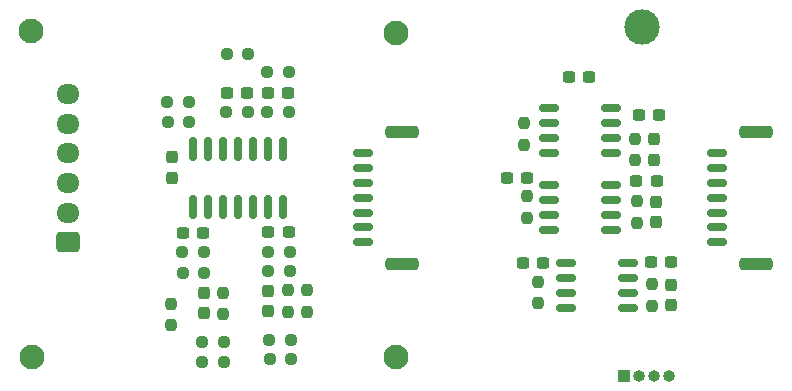
<source format=gbr>
%TF.GenerationSoftware,KiCad,Pcbnew,8.0.4*%
%TF.CreationDate,2024-11-05T13:43:53+01:00*%
%TF.ProjectId,Nutzen,4e75747a-656e-42e6-9b69-6361645f7063,rev?*%
%TF.SameCoordinates,PX791ddc0PY78a3ca0*%
%TF.FileFunction,Soldermask,Top*%
%TF.FilePolarity,Negative*%
%FSLAX46Y46*%
G04 Gerber Fmt 4.6, Leading zero omitted, Abs format (unit mm)*
G04 Created by KiCad (PCBNEW 8.0.4) date 2024-11-05 13:43:53*
%MOMM*%
%LPD*%
G01*
G04 APERTURE LIST*
G04 Aperture macros list*
%AMRoundRect*
0 Rectangle with rounded corners*
0 $1 Rounding radius*
0 $2 $3 $4 $5 $6 $7 $8 $9 X,Y pos of 4 corners*
0 Add a 4 corners polygon primitive as box body*
4,1,4,$2,$3,$4,$5,$6,$7,$8,$9,$2,$3,0*
0 Add four circle primitives for the rounded corners*
1,1,$1+$1,$2,$3*
1,1,$1+$1,$4,$5*
1,1,$1+$1,$6,$7*
1,1,$1+$1,$8,$9*
0 Add four rect primitives between the rounded corners*
20,1,$1+$1,$2,$3,$4,$5,0*
20,1,$1+$1,$4,$5,$6,$7,0*
20,1,$1+$1,$6,$7,$8,$9,0*
20,1,$1+$1,$8,$9,$2,$3,0*%
G04 Aperture macros list end*
%ADD10RoundRect,0.250000X0.725000X-0.600000X0.725000X0.600000X-0.725000X0.600000X-0.725000X-0.600000X0*%
%ADD11O,1.950000X1.700000*%
%ADD12RoundRect,0.237500X0.237500X-0.300000X0.237500X0.300000X-0.237500X0.300000X-0.237500X-0.300000X0*%
%ADD13RoundRect,0.237500X-0.250000X-0.237500X0.250000X-0.237500X0.250000X0.237500X-0.250000X0.237500X0*%
%ADD14RoundRect,0.237500X0.250000X0.237500X-0.250000X0.237500X-0.250000X-0.237500X0.250000X-0.237500X0*%
%ADD15RoundRect,0.237500X-0.300000X-0.237500X0.300000X-0.237500X0.300000X0.237500X-0.300000X0.237500X0*%
%ADD16C,2.100000*%
%ADD17RoundRect,0.237500X-0.237500X0.250000X-0.237500X-0.250000X0.237500X-0.250000X0.237500X0.250000X0*%
%ADD18RoundRect,0.237500X-0.237500X0.300000X-0.237500X-0.300000X0.237500X-0.300000X0.237500X0.300000X0*%
%ADD19RoundRect,0.237500X0.300000X0.237500X-0.300000X0.237500X-0.300000X-0.237500X0.300000X-0.237500X0*%
%ADD20RoundRect,0.150000X0.150000X-0.825000X0.150000X0.825000X-0.150000X0.825000X-0.150000X-0.825000X0*%
%ADD21RoundRect,0.150000X-0.700000X0.150000X-0.700000X-0.150000X0.700000X-0.150000X0.700000X0.150000X0*%
%ADD22RoundRect,0.250000X-1.150000X0.250000X-1.150000X-0.250000X1.150000X-0.250000X1.150000X0.250000X0*%
%ADD23RoundRect,0.150000X-0.675000X-0.150000X0.675000X-0.150000X0.675000X0.150000X-0.675000X0.150000X0*%
%ADD24R,1.000000X1.000000*%
%ADD25O,1.000000X1.000000*%
%ADD26C,3.000000*%
%ADD27RoundRect,0.237500X0.237500X-0.250000X0.237500X0.250000X-0.237500X0.250000X-0.237500X-0.250000X0*%
G04 APERTURE END LIST*
D10*
%TO.C,J1*%
X5520000Y12270000D03*
D11*
X5520000Y14770000D03*
X5520000Y17270000D03*
X5520000Y19770000D03*
X5520000Y22270000D03*
X5520000Y24770000D03*
%TD*%
D12*
%TO.C,C1*%
X17050000Y6225000D03*
X17050000Y7950000D03*
%TD*%
D13*
%TO.C,R5*%
X16875000Y2100000D03*
X18700000Y2100000D03*
%TD*%
D14*
%TO.C,R3*%
X18712500Y3775000D03*
X16887500Y3775000D03*
%TD*%
D15*
%TO.C,C5*%
X18937500Y24895000D03*
X20662500Y24895000D03*
%TD*%
D16*
%TO.C,M2*%
X33300000Y30000000D03*
%TD*%
D13*
%TO.C,R13*%
X13945000Y22420000D03*
X15770000Y22420000D03*
%TD*%
%TO.C,R10*%
X22472500Y9815000D03*
X24297500Y9815000D03*
%TD*%
D17*
%TO.C,R11*%
X24110000Y8190000D03*
X24110000Y6365000D03*
%TD*%
D14*
%TO.C,R7*%
X17025000Y11450000D03*
X15200000Y11450000D03*
%TD*%
D16*
%TO.C,M4*%
X33300000Y2500000D03*
%TD*%
D17*
%TO.C,R9*%
X25730000Y8192500D03*
X25730000Y6367500D03*
%TD*%
%TO.C,R1*%
X18650000Y7975000D03*
X18650000Y6150000D03*
%TD*%
D13*
%TO.C,R12*%
X22440000Y11465000D03*
X24265000Y11465000D03*
%TD*%
D18*
%TO.C,C9*%
X14300000Y19462500D03*
X14300000Y17737500D03*
%TD*%
D13*
%TO.C,R16*%
X22367500Y26630000D03*
X24192500Y26630000D03*
%TD*%
D16*
%TO.C,M1*%
X2400000Y30100000D03*
%TD*%
D14*
%TO.C,R17*%
X20725000Y23270000D03*
X18900000Y23270000D03*
%TD*%
%TO.C,R14*%
X15752500Y24100000D03*
X13927500Y24100000D03*
%TD*%
%TO.C,R15*%
X20762500Y28180000D03*
X18937500Y28180000D03*
%TD*%
D17*
%TO.C,R2*%
X14270000Y7060000D03*
X14270000Y5235000D03*
%TD*%
D14*
%TO.C,R4*%
X17050000Y9675000D03*
X15225000Y9675000D03*
%TD*%
D19*
%TO.C,C6*%
X24130000Y24895000D03*
X22405000Y24895000D03*
%TD*%
D13*
%TO.C,R18*%
X22380000Y23270000D03*
X24205000Y23270000D03*
%TD*%
D12*
%TO.C,C2*%
X22485000Y6415000D03*
X22485000Y8140000D03*
%TD*%
D16*
%TO.C,M3*%
X2450000Y2510000D03*
%TD*%
D15*
%TO.C,C4*%
X15250000Y13075000D03*
X16975000Y13075000D03*
%TD*%
D20*
%TO.C,U2*%
X16105000Y15200000D03*
X17375000Y15200000D03*
X18645000Y15200000D03*
X19915000Y15200000D03*
X21185000Y15200000D03*
X22455000Y15200000D03*
X23725000Y15200000D03*
X23725000Y20150000D03*
X22455000Y20150000D03*
X21185000Y20150000D03*
X19915000Y20150000D03*
X18645000Y20150000D03*
X17375000Y20150000D03*
X16105000Y20150000D03*
%TD*%
D13*
%TO.C,R6*%
X22565000Y3950000D03*
X24390000Y3950000D03*
%TD*%
D19*
%TO.C,C3*%
X24210000Y13090000D03*
X22485000Y13090000D03*
%TD*%
D14*
%TO.C,R8*%
X24397500Y2380000D03*
X22572500Y2380000D03*
%TD*%
D21*
%TO.C,J2*%
X30460000Y19770000D03*
X30460000Y18520000D03*
X30460000Y17270000D03*
X30460000Y16020000D03*
X30460000Y14770000D03*
X30460000Y13520000D03*
X30460000Y12270000D03*
D22*
X33810000Y21620000D03*
X33810000Y10420000D03*
%TD*%
D17*
%TO.C,R3*%
X45299730Y8920000D03*
X45299730Y7095000D03*
%TD*%
D18*
%TO.C,C8*%
X55299730Y15682500D03*
X55299730Y13957500D03*
%TD*%
%TO.C,C9*%
X56549730Y8670000D03*
X56549730Y6945000D03*
%TD*%
D12*
%TO.C,C7*%
X55099730Y19257500D03*
X55099730Y20982500D03*
%TD*%
D17*
%TO.C,R2*%
X44399730Y16132500D03*
X44399730Y14307500D03*
%TD*%
D23*
%TO.C,U3*%
X47649730Y10530000D03*
X47649730Y9260000D03*
X47649730Y7990000D03*
X47649730Y6720000D03*
X52899730Y6720000D03*
X52899730Y7990000D03*
X52899730Y9260000D03*
X52899730Y10530000D03*
%TD*%
D21*
%TO.C,J1*%
X60449730Y19770000D03*
X60449730Y18520000D03*
X60449730Y17270000D03*
X60449730Y16020000D03*
X60449730Y14770000D03*
X60449730Y13520000D03*
X60449730Y12270000D03*
D22*
X63799730Y21620000D03*
X63799730Y10420000D03*
%TD*%
D15*
%TO.C,C3*%
X47924730Y26220000D03*
X49649730Y26220000D03*
%TD*%
D23*
%TO.C,U2*%
X46274730Y17125000D03*
X46274730Y15855000D03*
X46274730Y14585000D03*
X46274730Y13315000D03*
X51524730Y13315000D03*
X51524730Y14585000D03*
X51524730Y15855000D03*
X51524730Y17125000D03*
%TD*%
D24*
%TO.C,J3*%
X52559730Y950000D03*
D25*
X53829730Y950000D03*
X55099730Y950000D03*
X56369730Y950000D03*
%TD*%
D19*
%TO.C,C6*%
X56562230Y10570000D03*
X54837230Y10570000D03*
%TD*%
D26*
%TO.C,REF\u002A\u002A*%
X54129730Y30460000D03*
%TD*%
D19*
%TO.C,C5*%
X55349730Y17420000D03*
X53624730Y17420000D03*
%TD*%
D23*
%TO.C,U1*%
X46274730Y23625000D03*
X46274730Y22355000D03*
X46274730Y21085000D03*
X46274730Y19815000D03*
X51524730Y19815000D03*
X51524730Y21085000D03*
X51524730Y22355000D03*
X51524730Y23625000D03*
%TD*%
D27*
%TO.C,R6*%
X54949730Y6870000D03*
X54949730Y8695000D03*
%TD*%
D17*
%TO.C,R4*%
X53499730Y21032500D03*
X53499730Y19207500D03*
%TD*%
D27*
%TO.C,R5*%
X53699730Y13895000D03*
X53699730Y15720000D03*
%TD*%
D19*
%TO.C,C4*%
X55562230Y23020000D03*
X53837230Y23020000D03*
%TD*%
D17*
%TO.C,R1*%
X44099730Y22320000D03*
X44099730Y20495000D03*
%TD*%
D15*
%TO.C,C2*%
X42674730Y17720000D03*
X44399730Y17720000D03*
%TD*%
%TO.C,C1*%
X44037230Y10520000D03*
X45762230Y10520000D03*
%TD*%
M02*

</source>
